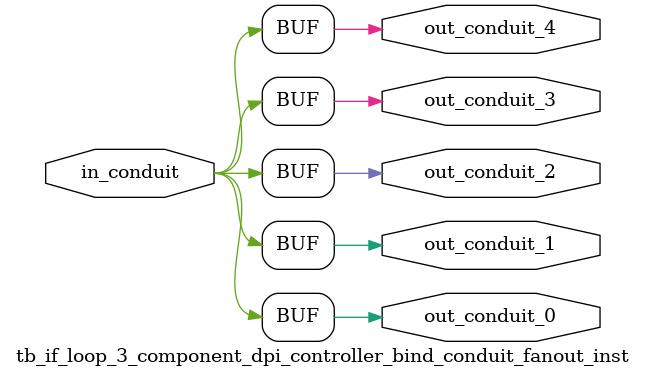
<source format=sv>


 


// --------------------------------------------------------------------------------
//| Avalon Conduit Fan-Out
// --------------------------------------------------------------------------------

// ------------------------------------------
// Generation parameters:
//   output_name:       tb_if_loop_3_component_dpi_controller_bind_conduit_fanout_inst
//   numFanOut:         5
//   
// ------------------------------------------

module tb_if_loop_3_component_dpi_controller_bind_conduit_fanout_inst (     

// Interface: out_conduit_0
 output                    out_conduit_0,
// Interface: out_conduit_1
 output                    out_conduit_1,
// Interface: out_conduit_2
 output                    out_conduit_2,
// Interface: out_conduit_3
 output                    out_conduit_3,
// Interface: out_conduit_4
 output                    out_conduit_4,

// Interface: in_conduit
 input                   in_conduit

);

   assign  out_conduit_0 = in_conduit;
   assign  out_conduit_1 = in_conduit;
   assign  out_conduit_2 = in_conduit;
   assign  out_conduit_3 = in_conduit;
   assign  out_conduit_4 = in_conduit;

endmodule //


</source>
